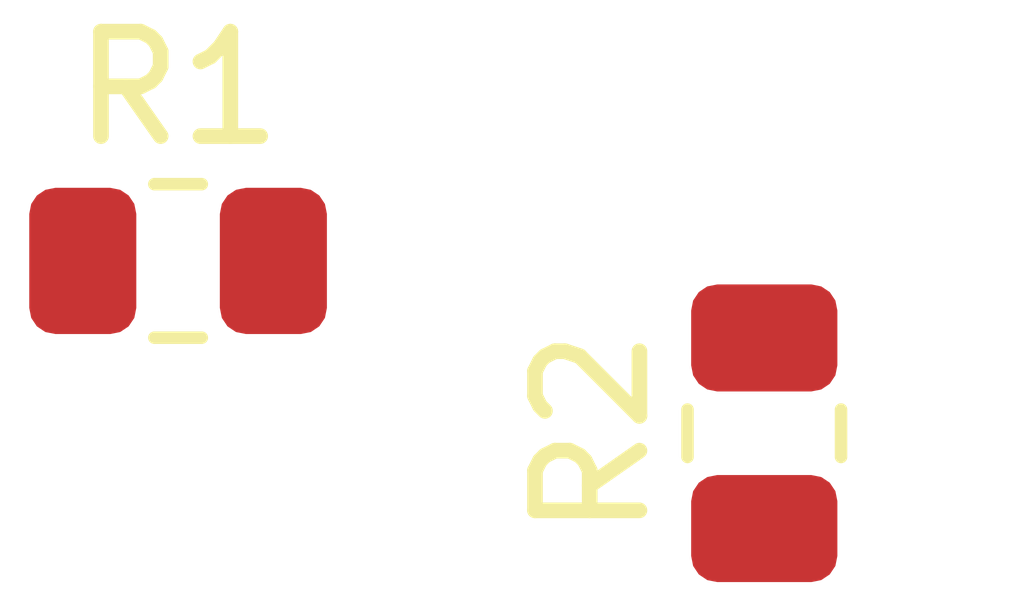
<source format=kicad_pcb>
(kicad_pcb (version 20241229) (generator "pcbnew") (generator_version "9.0")
  (layers (0 "F.Cu" signal) (2 "B.Cu" signal) (13 "F.Paste" user) (15 "B.Paste" user) (5 "F.SilkS" user "F.Silkscreen") (7 "B.SilkS" user "B.Silkscreen") (1 "F.Mask" user) (3 "B.Mask" user) (25 "Edge.Cuts" user))
  (net 0 "")
  (footprint "sym:R_0805_2012Metric" (layer "F.Cu") (at 94.4 56.2 90)
    (property "Reference" "R2" (at 0 -1.65 90) (layer "F.SilkS"))
    (property "Value" "R")
    (fp_line (start -0.227064 -0.735) (end 0.227064 -0.735) (stroke (width 0.12)) (layer "F.SilkS"))
    (fp_line (start -0.227064 0.735) (end 0.227064 0.735) (stroke (width 0.12)) (layer "F.SilkS"))
    (pad "1" smd roundrect (at -0.9125 0 90) (size 1.025 1.4) (layers "F.Cu" "F.Mask" "F.Paste") (roundrect_rratio 0.243902))
    (pad "2" smd roundrect (at 0.9125 0 90) (size 1.025 1.4) (layers "F.Cu" "F.Mask" "F.Paste") (roundrect_rratio 0.243902))
  )
  (footprint "sym:R_0805_2012Metric" (layer "F.Cu") (at 88.7875 54.55)
    (property "Reference" "R1" (at 0 -1.65 0) (layer "F.SilkS"))
    (property "Value" "R")
    (fp_line (start -0.227064 -0.735) (end 0.227064 -0.735) (stroke (width 0.12)) (layer "F.SilkS"))
    (fp_line (start -0.227064 0.735) (end 0.227064 0.735) (stroke (width 0.12)) (layer "F.SilkS"))
    (pad "1" smd roundrect (at -0.9125 0) (size 1.025 1.4) (layers "F.Cu" "F.Mask" "F.Paste") (roundrect_rratio 0.243902))
    (pad "2" smd roundrect (at 0.9125 0) (size 1.025 1.4) (layers "F.Cu" "F.Mask" "F.Paste") (roundrect_rratio 0.243902))
  )
)
</source>
